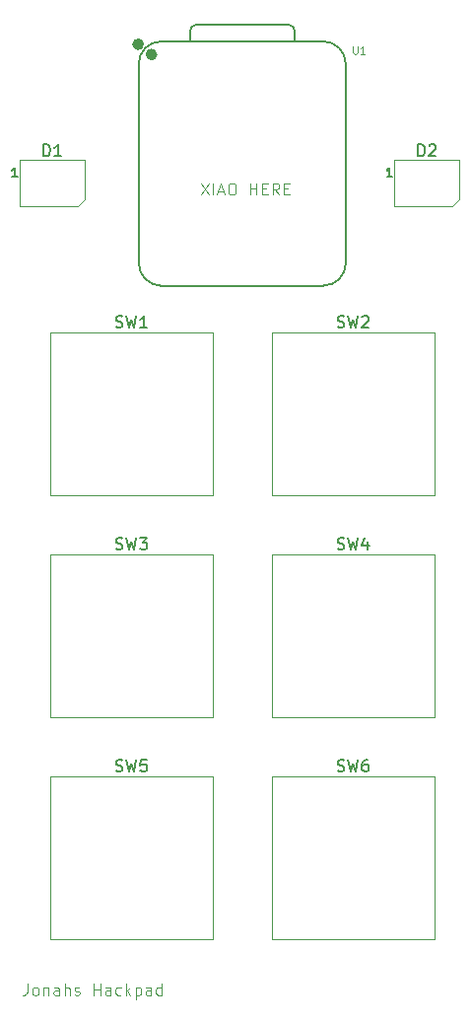
<source format=gbr>
%TF.GenerationSoftware,KiCad,Pcbnew,9.0.1*%
%TF.CreationDate,2025-12-08T16:46:31+00:00*%
%TF.ProjectId,Macropad PCB,4d616372-6f70-4616-9420-5043422e6b69,rev?*%
%TF.SameCoordinates,Original*%
%TF.FileFunction,Legend,Top*%
%TF.FilePolarity,Positive*%
%FSLAX46Y46*%
G04 Gerber Fmt 4.6, Leading zero omitted, Abs format (unit mm)*
G04 Created by KiCad (PCBNEW 9.0.1) date 2025-12-08 16:46:31*
%MOMM*%
%LPD*%
G01*
G04 APERTURE LIST*
%ADD10C,0.100000*%
%ADD11C,0.150000*%
%ADD12C,0.101600*%
%ADD13C,0.120000*%
%ADD14C,0.127000*%
%ADD15C,0.504000*%
G04 APERTURE END LIST*
D10*
X91708646Y-51622419D02*
X92375312Y-52622419D01*
X92375312Y-51622419D02*
X91708646Y-52622419D01*
X92756265Y-52622419D02*
X92756265Y-51622419D01*
X93184836Y-52336704D02*
X93661026Y-52336704D01*
X93089598Y-52622419D02*
X93422931Y-51622419D01*
X93422931Y-51622419D02*
X93756264Y-52622419D01*
X94280074Y-51622419D02*
X94470550Y-51622419D01*
X94470550Y-51622419D02*
X94565788Y-51670038D01*
X94565788Y-51670038D02*
X94661026Y-51765276D01*
X94661026Y-51765276D02*
X94708645Y-51955752D01*
X94708645Y-51955752D02*
X94708645Y-52289085D01*
X94708645Y-52289085D02*
X94661026Y-52479561D01*
X94661026Y-52479561D02*
X94565788Y-52574800D01*
X94565788Y-52574800D02*
X94470550Y-52622419D01*
X94470550Y-52622419D02*
X94280074Y-52622419D01*
X94280074Y-52622419D02*
X94184836Y-52574800D01*
X94184836Y-52574800D02*
X94089598Y-52479561D01*
X94089598Y-52479561D02*
X94041979Y-52289085D01*
X94041979Y-52289085D02*
X94041979Y-51955752D01*
X94041979Y-51955752D02*
X94089598Y-51765276D01*
X94089598Y-51765276D02*
X94184836Y-51670038D01*
X94184836Y-51670038D02*
X94280074Y-51622419D01*
X95899122Y-52622419D02*
X95899122Y-51622419D01*
X95899122Y-52098609D02*
X96470550Y-52098609D01*
X96470550Y-52622419D02*
X96470550Y-51622419D01*
X96946741Y-52098609D02*
X97280074Y-52098609D01*
X97422931Y-52622419D02*
X96946741Y-52622419D01*
X96946741Y-52622419D02*
X96946741Y-51622419D01*
X96946741Y-51622419D02*
X97422931Y-51622419D01*
X98422931Y-52622419D02*
X98089598Y-52146228D01*
X97851503Y-52622419D02*
X97851503Y-51622419D01*
X97851503Y-51622419D02*
X98232455Y-51622419D01*
X98232455Y-51622419D02*
X98327693Y-51670038D01*
X98327693Y-51670038D02*
X98375312Y-51717657D01*
X98375312Y-51717657D02*
X98422931Y-51812895D01*
X98422931Y-51812895D02*
X98422931Y-51955752D01*
X98422931Y-51955752D02*
X98375312Y-52050990D01*
X98375312Y-52050990D02*
X98327693Y-52098609D01*
X98327693Y-52098609D02*
X98232455Y-52146228D01*
X98232455Y-52146228D02*
X97851503Y-52146228D01*
X98851503Y-52098609D02*
X99184836Y-52098609D01*
X99327693Y-52622419D02*
X98851503Y-52622419D01*
X98851503Y-52622419D02*
X98851503Y-51622419D01*
X98851503Y-51622419D02*
X99327693Y-51622419D01*
X76789598Y-120316169D02*
X76789598Y-121030454D01*
X76789598Y-121030454D02*
X76741979Y-121173311D01*
X76741979Y-121173311D02*
X76646741Y-121268550D01*
X76646741Y-121268550D02*
X76503884Y-121316169D01*
X76503884Y-121316169D02*
X76408646Y-121316169D01*
X77408646Y-121316169D02*
X77313408Y-121268550D01*
X77313408Y-121268550D02*
X77265789Y-121220930D01*
X77265789Y-121220930D02*
X77218170Y-121125692D01*
X77218170Y-121125692D02*
X77218170Y-120839978D01*
X77218170Y-120839978D02*
X77265789Y-120744740D01*
X77265789Y-120744740D02*
X77313408Y-120697121D01*
X77313408Y-120697121D02*
X77408646Y-120649502D01*
X77408646Y-120649502D02*
X77551503Y-120649502D01*
X77551503Y-120649502D02*
X77646741Y-120697121D01*
X77646741Y-120697121D02*
X77694360Y-120744740D01*
X77694360Y-120744740D02*
X77741979Y-120839978D01*
X77741979Y-120839978D02*
X77741979Y-121125692D01*
X77741979Y-121125692D02*
X77694360Y-121220930D01*
X77694360Y-121220930D02*
X77646741Y-121268550D01*
X77646741Y-121268550D02*
X77551503Y-121316169D01*
X77551503Y-121316169D02*
X77408646Y-121316169D01*
X78170551Y-120649502D02*
X78170551Y-121316169D01*
X78170551Y-120744740D02*
X78218170Y-120697121D01*
X78218170Y-120697121D02*
X78313408Y-120649502D01*
X78313408Y-120649502D02*
X78456265Y-120649502D01*
X78456265Y-120649502D02*
X78551503Y-120697121D01*
X78551503Y-120697121D02*
X78599122Y-120792359D01*
X78599122Y-120792359D02*
X78599122Y-121316169D01*
X79503884Y-121316169D02*
X79503884Y-120792359D01*
X79503884Y-120792359D02*
X79456265Y-120697121D01*
X79456265Y-120697121D02*
X79361027Y-120649502D01*
X79361027Y-120649502D02*
X79170551Y-120649502D01*
X79170551Y-120649502D02*
X79075313Y-120697121D01*
X79503884Y-121268550D02*
X79408646Y-121316169D01*
X79408646Y-121316169D02*
X79170551Y-121316169D01*
X79170551Y-121316169D02*
X79075313Y-121268550D01*
X79075313Y-121268550D02*
X79027694Y-121173311D01*
X79027694Y-121173311D02*
X79027694Y-121078073D01*
X79027694Y-121078073D02*
X79075313Y-120982835D01*
X79075313Y-120982835D02*
X79170551Y-120935216D01*
X79170551Y-120935216D02*
X79408646Y-120935216D01*
X79408646Y-120935216D02*
X79503884Y-120887597D01*
X79980075Y-121316169D02*
X79980075Y-120316169D01*
X80408646Y-121316169D02*
X80408646Y-120792359D01*
X80408646Y-120792359D02*
X80361027Y-120697121D01*
X80361027Y-120697121D02*
X80265789Y-120649502D01*
X80265789Y-120649502D02*
X80122932Y-120649502D01*
X80122932Y-120649502D02*
X80027694Y-120697121D01*
X80027694Y-120697121D02*
X79980075Y-120744740D01*
X80837218Y-121268550D02*
X80932456Y-121316169D01*
X80932456Y-121316169D02*
X81122932Y-121316169D01*
X81122932Y-121316169D02*
X81218170Y-121268550D01*
X81218170Y-121268550D02*
X81265789Y-121173311D01*
X81265789Y-121173311D02*
X81265789Y-121125692D01*
X81265789Y-121125692D02*
X81218170Y-121030454D01*
X81218170Y-121030454D02*
X81122932Y-120982835D01*
X81122932Y-120982835D02*
X80980075Y-120982835D01*
X80980075Y-120982835D02*
X80884837Y-120935216D01*
X80884837Y-120935216D02*
X80837218Y-120839978D01*
X80837218Y-120839978D02*
X80837218Y-120792359D01*
X80837218Y-120792359D02*
X80884837Y-120697121D01*
X80884837Y-120697121D02*
X80980075Y-120649502D01*
X80980075Y-120649502D02*
X81122932Y-120649502D01*
X81122932Y-120649502D02*
X81218170Y-120697121D01*
X82456266Y-121316169D02*
X82456266Y-120316169D01*
X82456266Y-120792359D02*
X83027694Y-120792359D01*
X83027694Y-121316169D02*
X83027694Y-120316169D01*
X83932456Y-121316169D02*
X83932456Y-120792359D01*
X83932456Y-120792359D02*
X83884837Y-120697121D01*
X83884837Y-120697121D02*
X83789599Y-120649502D01*
X83789599Y-120649502D02*
X83599123Y-120649502D01*
X83599123Y-120649502D02*
X83503885Y-120697121D01*
X83932456Y-121268550D02*
X83837218Y-121316169D01*
X83837218Y-121316169D02*
X83599123Y-121316169D01*
X83599123Y-121316169D02*
X83503885Y-121268550D01*
X83503885Y-121268550D02*
X83456266Y-121173311D01*
X83456266Y-121173311D02*
X83456266Y-121078073D01*
X83456266Y-121078073D02*
X83503885Y-120982835D01*
X83503885Y-120982835D02*
X83599123Y-120935216D01*
X83599123Y-120935216D02*
X83837218Y-120935216D01*
X83837218Y-120935216D02*
X83932456Y-120887597D01*
X84837218Y-121268550D02*
X84741980Y-121316169D01*
X84741980Y-121316169D02*
X84551504Y-121316169D01*
X84551504Y-121316169D02*
X84456266Y-121268550D01*
X84456266Y-121268550D02*
X84408647Y-121220930D01*
X84408647Y-121220930D02*
X84361028Y-121125692D01*
X84361028Y-121125692D02*
X84361028Y-120839978D01*
X84361028Y-120839978D02*
X84408647Y-120744740D01*
X84408647Y-120744740D02*
X84456266Y-120697121D01*
X84456266Y-120697121D02*
X84551504Y-120649502D01*
X84551504Y-120649502D02*
X84741980Y-120649502D01*
X84741980Y-120649502D02*
X84837218Y-120697121D01*
X85265790Y-121316169D02*
X85265790Y-120316169D01*
X85361028Y-120935216D02*
X85646742Y-121316169D01*
X85646742Y-120649502D02*
X85265790Y-121030454D01*
X86075314Y-120649502D02*
X86075314Y-121649502D01*
X86075314Y-120697121D02*
X86170552Y-120649502D01*
X86170552Y-120649502D02*
X86361028Y-120649502D01*
X86361028Y-120649502D02*
X86456266Y-120697121D01*
X86456266Y-120697121D02*
X86503885Y-120744740D01*
X86503885Y-120744740D02*
X86551504Y-120839978D01*
X86551504Y-120839978D02*
X86551504Y-121125692D01*
X86551504Y-121125692D02*
X86503885Y-121220930D01*
X86503885Y-121220930D02*
X86456266Y-121268550D01*
X86456266Y-121268550D02*
X86361028Y-121316169D01*
X86361028Y-121316169D02*
X86170552Y-121316169D01*
X86170552Y-121316169D02*
X86075314Y-121268550D01*
X87408647Y-121316169D02*
X87408647Y-120792359D01*
X87408647Y-120792359D02*
X87361028Y-120697121D01*
X87361028Y-120697121D02*
X87265790Y-120649502D01*
X87265790Y-120649502D02*
X87075314Y-120649502D01*
X87075314Y-120649502D02*
X86980076Y-120697121D01*
X87408647Y-121268550D02*
X87313409Y-121316169D01*
X87313409Y-121316169D02*
X87075314Y-121316169D01*
X87075314Y-121316169D02*
X86980076Y-121268550D01*
X86980076Y-121268550D02*
X86932457Y-121173311D01*
X86932457Y-121173311D02*
X86932457Y-121078073D01*
X86932457Y-121078073D02*
X86980076Y-120982835D01*
X86980076Y-120982835D02*
X87075314Y-120935216D01*
X87075314Y-120935216D02*
X87313409Y-120935216D01*
X87313409Y-120935216D02*
X87408647Y-120887597D01*
X88313409Y-121316169D02*
X88313409Y-120316169D01*
X88313409Y-121268550D02*
X88218171Y-121316169D01*
X88218171Y-121316169D02*
X88027695Y-121316169D01*
X88027695Y-121316169D02*
X87932457Y-121268550D01*
X87932457Y-121268550D02*
X87884838Y-121220930D01*
X87884838Y-121220930D02*
X87837219Y-121125692D01*
X87837219Y-121125692D02*
X87837219Y-120839978D01*
X87837219Y-120839978D02*
X87884838Y-120744740D01*
X87884838Y-120744740D02*
X87932457Y-120697121D01*
X87932457Y-120697121D02*
X88027695Y-120649502D01*
X88027695Y-120649502D02*
X88218171Y-120649502D01*
X88218171Y-120649502D02*
X88313409Y-120697121D01*
D11*
X84391667Y-63970700D02*
X84534524Y-64018319D01*
X84534524Y-64018319D02*
X84772619Y-64018319D01*
X84772619Y-64018319D02*
X84867857Y-63970700D01*
X84867857Y-63970700D02*
X84915476Y-63923080D01*
X84915476Y-63923080D02*
X84963095Y-63827842D01*
X84963095Y-63827842D02*
X84963095Y-63732604D01*
X84963095Y-63732604D02*
X84915476Y-63637366D01*
X84915476Y-63637366D02*
X84867857Y-63589747D01*
X84867857Y-63589747D02*
X84772619Y-63542128D01*
X84772619Y-63542128D02*
X84582143Y-63494509D01*
X84582143Y-63494509D02*
X84486905Y-63446890D01*
X84486905Y-63446890D02*
X84439286Y-63399271D01*
X84439286Y-63399271D02*
X84391667Y-63304033D01*
X84391667Y-63304033D02*
X84391667Y-63208795D01*
X84391667Y-63208795D02*
X84439286Y-63113557D01*
X84439286Y-63113557D02*
X84486905Y-63065938D01*
X84486905Y-63065938D02*
X84582143Y-63018319D01*
X84582143Y-63018319D02*
X84820238Y-63018319D01*
X84820238Y-63018319D02*
X84963095Y-63065938D01*
X85296429Y-63018319D02*
X85534524Y-64018319D01*
X85534524Y-64018319D02*
X85725000Y-63304033D01*
X85725000Y-63304033D02*
X85915476Y-64018319D01*
X85915476Y-64018319D02*
X86153572Y-63018319D01*
X87058333Y-64018319D02*
X86486905Y-64018319D01*
X86772619Y-64018319D02*
X86772619Y-63018319D01*
X86772619Y-63018319D02*
X86677381Y-63161176D01*
X86677381Y-63161176D02*
X86582143Y-63256414D01*
X86582143Y-63256414D02*
X86486905Y-63304033D01*
X78161905Y-49304819D02*
X78161905Y-48304819D01*
X78161905Y-48304819D02*
X78400000Y-48304819D01*
X78400000Y-48304819D02*
X78542857Y-48352438D01*
X78542857Y-48352438D02*
X78638095Y-48447676D01*
X78638095Y-48447676D02*
X78685714Y-48542914D01*
X78685714Y-48542914D02*
X78733333Y-48733390D01*
X78733333Y-48733390D02*
X78733333Y-48876247D01*
X78733333Y-48876247D02*
X78685714Y-49066723D01*
X78685714Y-49066723D02*
X78638095Y-49161961D01*
X78638095Y-49161961D02*
X78542857Y-49257200D01*
X78542857Y-49257200D02*
X78400000Y-49304819D01*
X78400000Y-49304819D02*
X78161905Y-49304819D01*
X79685714Y-49304819D02*
X79114286Y-49304819D01*
X79400000Y-49304819D02*
X79400000Y-48304819D01*
X79400000Y-48304819D02*
X79304762Y-48447676D01*
X79304762Y-48447676D02*
X79209524Y-48542914D01*
X79209524Y-48542914D02*
X79114286Y-48590533D01*
X75928571Y-51087295D02*
X75471428Y-51087295D01*
X75700000Y-51087295D02*
X75700000Y-50287295D01*
X75700000Y-50287295D02*
X75623809Y-50401580D01*
X75623809Y-50401580D02*
X75547619Y-50477771D01*
X75547619Y-50477771D02*
X75471428Y-50515866D01*
D12*
X104766190Y-39903479D02*
X104766190Y-40417526D01*
X104766190Y-40417526D02*
X104796428Y-40478002D01*
X104796428Y-40478002D02*
X104826666Y-40508241D01*
X104826666Y-40508241D02*
X104887142Y-40538479D01*
X104887142Y-40538479D02*
X105008095Y-40538479D01*
X105008095Y-40538479D02*
X105068571Y-40508241D01*
X105068571Y-40508241D02*
X105098809Y-40478002D01*
X105098809Y-40478002D02*
X105129047Y-40417526D01*
X105129047Y-40417526D02*
X105129047Y-39903479D01*
X105764047Y-40538479D02*
X105401190Y-40538479D01*
X105582618Y-40538479D02*
X105582618Y-39903479D01*
X105582618Y-39903479D02*
X105522142Y-39994193D01*
X105522142Y-39994193D02*
X105461666Y-40054669D01*
X105461666Y-40054669D02*
X105401190Y-40084907D01*
D11*
X84391667Y-102070700D02*
X84534524Y-102118319D01*
X84534524Y-102118319D02*
X84772619Y-102118319D01*
X84772619Y-102118319D02*
X84867857Y-102070700D01*
X84867857Y-102070700D02*
X84915476Y-102023080D01*
X84915476Y-102023080D02*
X84963095Y-101927842D01*
X84963095Y-101927842D02*
X84963095Y-101832604D01*
X84963095Y-101832604D02*
X84915476Y-101737366D01*
X84915476Y-101737366D02*
X84867857Y-101689747D01*
X84867857Y-101689747D02*
X84772619Y-101642128D01*
X84772619Y-101642128D02*
X84582143Y-101594509D01*
X84582143Y-101594509D02*
X84486905Y-101546890D01*
X84486905Y-101546890D02*
X84439286Y-101499271D01*
X84439286Y-101499271D02*
X84391667Y-101404033D01*
X84391667Y-101404033D02*
X84391667Y-101308795D01*
X84391667Y-101308795D02*
X84439286Y-101213557D01*
X84439286Y-101213557D02*
X84486905Y-101165938D01*
X84486905Y-101165938D02*
X84582143Y-101118319D01*
X84582143Y-101118319D02*
X84820238Y-101118319D01*
X84820238Y-101118319D02*
X84963095Y-101165938D01*
X85296429Y-101118319D02*
X85534524Y-102118319D01*
X85534524Y-102118319D02*
X85725000Y-101404033D01*
X85725000Y-101404033D02*
X85915476Y-102118319D01*
X85915476Y-102118319D02*
X86153572Y-101118319D01*
X87010714Y-101118319D02*
X86534524Y-101118319D01*
X86534524Y-101118319D02*
X86486905Y-101594509D01*
X86486905Y-101594509D02*
X86534524Y-101546890D01*
X86534524Y-101546890D02*
X86629762Y-101499271D01*
X86629762Y-101499271D02*
X86867857Y-101499271D01*
X86867857Y-101499271D02*
X86963095Y-101546890D01*
X86963095Y-101546890D02*
X87010714Y-101594509D01*
X87010714Y-101594509D02*
X87058333Y-101689747D01*
X87058333Y-101689747D02*
X87058333Y-101927842D01*
X87058333Y-101927842D02*
X87010714Y-102023080D01*
X87010714Y-102023080D02*
X86963095Y-102070700D01*
X86963095Y-102070700D02*
X86867857Y-102118319D01*
X86867857Y-102118319D02*
X86629762Y-102118319D01*
X86629762Y-102118319D02*
X86534524Y-102070700D01*
X86534524Y-102070700D02*
X86486905Y-102023080D01*
X110361905Y-49304819D02*
X110361905Y-48304819D01*
X110361905Y-48304819D02*
X110600000Y-48304819D01*
X110600000Y-48304819D02*
X110742857Y-48352438D01*
X110742857Y-48352438D02*
X110838095Y-48447676D01*
X110838095Y-48447676D02*
X110885714Y-48542914D01*
X110885714Y-48542914D02*
X110933333Y-48733390D01*
X110933333Y-48733390D02*
X110933333Y-48876247D01*
X110933333Y-48876247D02*
X110885714Y-49066723D01*
X110885714Y-49066723D02*
X110838095Y-49161961D01*
X110838095Y-49161961D02*
X110742857Y-49257200D01*
X110742857Y-49257200D02*
X110600000Y-49304819D01*
X110600000Y-49304819D02*
X110361905Y-49304819D01*
X111314286Y-48400057D02*
X111361905Y-48352438D01*
X111361905Y-48352438D02*
X111457143Y-48304819D01*
X111457143Y-48304819D02*
X111695238Y-48304819D01*
X111695238Y-48304819D02*
X111790476Y-48352438D01*
X111790476Y-48352438D02*
X111838095Y-48400057D01*
X111838095Y-48400057D02*
X111885714Y-48495295D01*
X111885714Y-48495295D02*
X111885714Y-48590533D01*
X111885714Y-48590533D02*
X111838095Y-48733390D01*
X111838095Y-48733390D02*
X111266667Y-49304819D01*
X111266667Y-49304819D02*
X111885714Y-49304819D01*
X108128571Y-51087295D02*
X107671428Y-51087295D01*
X107900000Y-51087295D02*
X107900000Y-50287295D01*
X107900000Y-50287295D02*
X107823809Y-50401580D01*
X107823809Y-50401580D02*
X107747619Y-50477771D01*
X107747619Y-50477771D02*
X107671428Y-50515866D01*
X103441667Y-63970700D02*
X103584524Y-64018319D01*
X103584524Y-64018319D02*
X103822619Y-64018319D01*
X103822619Y-64018319D02*
X103917857Y-63970700D01*
X103917857Y-63970700D02*
X103965476Y-63923080D01*
X103965476Y-63923080D02*
X104013095Y-63827842D01*
X104013095Y-63827842D02*
X104013095Y-63732604D01*
X104013095Y-63732604D02*
X103965476Y-63637366D01*
X103965476Y-63637366D02*
X103917857Y-63589747D01*
X103917857Y-63589747D02*
X103822619Y-63542128D01*
X103822619Y-63542128D02*
X103632143Y-63494509D01*
X103632143Y-63494509D02*
X103536905Y-63446890D01*
X103536905Y-63446890D02*
X103489286Y-63399271D01*
X103489286Y-63399271D02*
X103441667Y-63304033D01*
X103441667Y-63304033D02*
X103441667Y-63208795D01*
X103441667Y-63208795D02*
X103489286Y-63113557D01*
X103489286Y-63113557D02*
X103536905Y-63065938D01*
X103536905Y-63065938D02*
X103632143Y-63018319D01*
X103632143Y-63018319D02*
X103870238Y-63018319D01*
X103870238Y-63018319D02*
X104013095Y-63065938D01*
X104346429Y-63018319D02*
X104584524Y-64018319D01*
X104584524Y-64018319D02*
X104775000Y-63304033D01*
X104775000Y-63304033D02*
X104965476Y-64018319D01*
X104965476Y-64018319D02*
X105203572Y-63018319D01*
X105536905Y-63113557D02*
X105584524Y-63065938D01*
X105584524Y-63065938D02*
X105679762Y-63018319D01*
X105679762Y-63018319D02*
X105917857Y-63018319D01*
X105917857Y-63018319D02*
X106013095Y-63065938D01*
X106013095Y-63065938D02*
X106060714Y-63113557D01*
X106060714Y-63113557D02*
X106108333Y-63208795D01*
X106108333Y-63208795D02*
X106108333Y-63304033D01*
X106108333Y-63304033D02*
X106060714Y-63446890D01*
X106060714Y-63446890D02*
X105489286Y-64018319D01*
X105489286Y-64018319D02*
X106108333Y-64018319D01*
X103441667Y-83020700D02*
X103584524Y-83068319D01*
X103584524Y-83068319D02*
X103822619Y-83068319D01*
X103822619Y-83068319D02*
X103917857Y-83020700D01*
X103917857Y-83020700D02*
X103965476Y-82973080D01*
X103965476Y-82973080D02*
X104013095Y-82877842D01*
X104013095Y-82877842D02*
X104013095Y-82782604D01*
X104013095Y-82782604D02*
X103965476Y-82687366D01*
X103965476Y-82687366D02*
X103917857Y-82639747D01*
X103917857Y-82639747D02*
X103822619Y-82592128D01*
X103822619Y-82592128D02*
X103632143Y-82544509D01*
X103632143Y-82544509D02*
X103536905Y-82496890D01*
X103536905Y-82496890D02*
X103489286Y-82449271D01*
X103489286Y-82449271D02*
X103441667Y-82354033D01*
X103441667Y-82354033D02*
X103441667Y-82258795D01*
X103441667Y-82258795D02*
X103489286Y-82163557D01*
X103489286Y-82163557D02*
X103536905Y-82115938D01*
X103536905Y-82115938D02*
X103632143Y-82068319D01*
X103632143Y-82068319D02*
X103870238Y-82068319D01*
X103870238Y-82068319D02*
X104013095Y-82115938D01*
X104346429Y-82068319D02*
X104584524Y-83068319D01*
X104584524Y-83068319D02*
X104775000Y-82354033D01*
X104775000Y-82354033D02*
X104965476Y-83068319D01*
X104965476Y-83068319D02*
X105203572Y-82068319D01*
X106013095Y-82401652D02*
X106013095Y-83068319D01*
X105775000Y-82020700D02*
X105536905Y-82734985D01*
X105536905Y-82734985D02*
X106155952Y-82734985D01*
X103441667Y-102070700D02*
X103584524Y-102118319D01*
X103584524Y-102118319D02*
X103822619Y-102118319D01*
X103822619Y-102118319D02*
X103917857Y-102070700D01*
X103917857Y-102070700D02*
X103965476Y-102023080D01*
X103965476Y-102023080D02*
X104013095Y-101927842D01*
X104013095Y-101927842D02*
X104013095Y-101832604D01*
X104013095Y-101832604D02*
X103965476Y-101737366D01*
X103965476Y-101737366D02*
X103917857Y-101689747D01*
X103917857Y-101689747D02*
X103822619Y-101642128D01*
X103822619Y-101642128D02*
X103632143Y-101594509D01*
X103632143Y-101594509D02*
X103536905Y-101546890D01*
X103536905Y-101546890D02*
X103489286Y-101499271D01*
X103489286Y-101499271D02*
X103441667Y-101404033D01*
X103441667Y-101404033D02*
X103441667Y-101308795D01*
X103441667Y-101308795D02*
X103489286Y-101213557D01*
X103489286Y-101213557D02*
X103536905Y-101165938D01*
X103536905Y-101165938D02*
X103632143Y-101118319D01*
X103632143Y-101118319D02*
X103870238Y-101118319D01*
X103870238Y-101118319D02*
X104013095Y-101165938D01*
X104346429Y-101118319D02*
X104584524Y-102118319D01*
X104584524Y-102118319D02*
X104775000Y-101404033D01*
X104775000Y-101404033D02*
X104965476Y-102118319D01*
X104965476Y-102118319D02*
X105203572Y-101118319D01*
X106013095Y-101118319D02*
X105822619Y-101118319D01*
X105822619Y-101118319D02*
X105727381Y-101165938D01*
X105727381Y-101165938D02*
X105679762Y-101213557D01*
X105679762Y-101213557D02*
X105584524Y-101356414D01*
X105584524Y-101356414D02*
X105536905Y-101546890D01*
X105536905Y-101546890D02*
X105536905Y-101927842D01*
X105536905Y-101927842D02*
X105584524Y-102023080D01*
X105584524Y-102023080D02*
X105632143Y-102070700D01*
X105632143Y-102070700D02*
X105727381Y-102118319D01*
X105727381Y-102118319D02*
X105917857Y-102118319D01*
X105917857Y-102118319D02*
X106013095Y-102070700D01*
X106013095Y-102070700D02*
X106060714Y-102023080D01*
X106060714Y-102023080D02*
X106108333Y-101927842D01*
X106108333Y-101927842D02*
X106108333Y-101689747D01*
X106108333Y-101689747D02*
X106060714Y-101594509D01*
X106060714Y-101594509D02*
X106013095Y-101546890D01*
X106013095Y-101546890D02*
X105917857Y-101499271D01*
X105917857Y-101499271D02*
X105727381Y-101499271D01*
X105727381Y-101499271D02*
X105632143Y-101546890D01*
X105632143Y-101546890D02*
X105584524Y-101594509D01*
X105584524Y-101594509D02*
X105536905Y-101689747D01*
X84391667Y-83020700D02*
X84534524Y-83068319D01*
X84534524Y-83068319D02*
X84772619Y-83068319D01*
X84772619Y-83068319D02*
X84867857Y-83020700D01*
X84867857Y-83020700D02*
X84915476Y-82973080D01*
X84915476Y-82973080D02*
X84963095Y-82877842D01*
X84963095Y-82877842D02*
X84963095Y-82782604D01*
X84963095Y-82782604D02*
X84915476Y-82687366D01*
X84915476Y-82687366D02*
X84867857Y-82639747D01*
X84867857Y-82639747D02*
X84772619Y-82592128D01*
X84772619Y-82592128D02*
X84582143Y-82544509D01*
X84582143Y-82544509D02*
X84486905Y-82496890D01*
X84486905Y-82496890D02*
X84439286Y-82449271D01*
X84439286Y-82449271D02*
X84391667Y-82354033D01*
X84391667Y-82354033D02*
X84391667Y-82258795D01*
X84391667Y-82258795D02*
X84439286Y-82163557D01*
X84439286Y-82163557D02*
X84486905Y-82115938D01*
X84486905Y-82115938D02*
X84582143Y-82068319D01*
X84582143Y-82068319D02*
X84820238Y-82068319D01*
X84820238Y-82068319D02*
X84963095Y-82115938D01*
X85296429Y-82068319D02*
X85534524Y-83068319D01*
X85534524Y-83068319D02*
X85725000Y-82354033D01*
X85725000Y-82354033D02*
X85915476Y-83068319D01*
X85915476Y-83068319D02*
X86153572Y-82068319D01*
X86439286Y-82068319D02*
X87058333Y-82068319D01*
X87058333Y-82068319D02*
X86725000Y-82449271D01*
X86725000Y-82449271D02*
X86867857Y-82449271D01*
X86867857Y-82449271D02*
X86963095Y-82496890D01*
X86963095Y-82496890D02*
X87010714Y-82544509D01*
X87010714Y-82544509D02*
X87058333Y-82639747D01*
X87058333Y-82639747D02*
X87058333Y-82877842D01*
X87058333Y-82877842D02*
X87010714Y-82973080D01*
X87010714Y-82973080D02*
X86963095Y-83020700D01*
X86963095Y-83020700D02*
X86867857Y-83068319D01*
X86867857Y-83068319D02*
X86582143Y-83068319D01*
X86582143Y-83068319D02*
X86486905Y-83020700D01*
X86486905Y-83020700D02*
X86439286Y-82973080D01*
D13*
%TO.C,SW1*%
X78740000Y-64452500D02*
X92710000Y-64452500D01*
X78740000Y-78422500D02*
X78740000Y-64452500D01*
X92710000Y-64452500D02*
X92710000Y-78422500D01*
X92710000Y-78422500D02*
X78740000Y-78422500D01*
%TO.C,D1*%
X76100000Y-49600000D02*
X76100000Y-53600000D01*
X76100000Y-49600000D02*
X81700000Y-49600000D01*
X76100000Y-53600000D02*
X81100000Y-53600000D01*
X81700000Y-53000000D02*
X81100000Y-53600000D01*
X81700000Y-53000000D02*
X81700000Y-49600000D01*
D14*
%TO.C,U1*%
X86360000Y-58515250D02*
X86360000Y-41370250D01*
X88265000Y-60420250D02*
X102235000Y-60420250D01*
X90755000Y-39465250D02*
X90758728Y-38554978D01*
X91258728Y-38055250D02*
X99254000Y-38055250D01*
X99754000Y-38555250D02*
X99754000Y-39465250D01*
D10*
X102235000Y-39465250D02*
X88265000Y-39465250D01*
D14*
X102235000Y-39465250D02*
X88265000Y-39465250D01*
X104140000Y-58515250D02*
X104140000Y-41370250D01*
X86360000Y-41370250D02*
G75*
G02*
X88265000Y-39465250I1905001J-1D01*
G01*
X88265000Y-60420250D02*
G75*
G02*
X86360000Y-58515250I1J1905001D01*
G01*
X90758728Y-38554978D02*
G75*
G02*
X91258728Y-38055251I500018J-291D01*
G01*
X99254000Y-38055250D02*
G75*
G02*
X99754000Y-38555250I0J-500000D01*
G01*
X102235000Y-39465250D02*
G75*
G02*
X104140000Y-41370250I0J-1905000D01*
G01*
X104140000Y-58515250D02*
G75*
G02*
X102235000Y-60420250I-1905000J0D01*
G01*
D15*
X86552000Y-39706250D02*
G75*
G02*
X86048000Y-39706250I-252000J0D01*
G01*
X86048000Y-39706250D02*
G75*
G02*
X86552000Y-39706250I252000J0D01*
G01*
X87695000Y-40586250D02*
G75*
G02*
X87191000Y-40586250I-252000J0D01*
G01*
X87191000Y-40586250D02*
G75*
G02*
X87695000Y-40586250I252000J0D01*
G01*
D13*
%TO.C,SW5*%
X78740000Y-102552500D02*
X92710000Y-102552500D01*
X78740000Y-116522500D02*
X78740000Y-102552500D01*
X92710000Y-102552500D02*
X92710000Y-116522500D01*
X92710000Y-116522500D02*
X78740000Y-116522500D01*
%TO.C,D2*%
X108300000Y-49600000D02*
X108300000Y-53600000D01*
X108300000Y-49600000D02*
X113900000Y-49600000D01*
X108300000Y-53600000D02*
X113300000Y-53600000D01*
X113900000Y-53000000D02*
X113300000Y-53600000D01*
X113900000Y-53000000D02*
X113900000Y-49600000D01*
%TO.C,SW2*%
X97790000Y-64452500D02*
X111760000Y-64452500D01*
X97790000Y-78422500D02*
X97790000Y-64452500D01*
X111760000Y-64452500D02*
X111760000Y-78422500D01*
X111760000Y-78422500D02*
X97790000Y-78422500D01*
%TO.C,SW4*%
X97790000Y-83502500D02*
X111760000Y-83502500D01*
X97790000Y-97472500D02*
X97790000Y-83502500D01*
X111760000Y-83502500D02*
X111760000Y-97472500D01*
X111760000Y-97472500D02*
X97790000Y-97472500D01*
%TO.C,SW6*%
X97790000Y-102552500D02*
X111760000Y-102552500D01*
X97790000Y-116522500D02*
X97790000Y-102552500D01*
X111760000Y-102552500D02*
X111760000Y-116522500D01*
X111760000Y-116522500D02*
X97790000Y-116522500D01*
%TO.C,SW3*%
X78740000Y-83502500D02*
X92710000Y-83502500D01*
X78740000Y-97472500D02*
X78740000Y-83502500D01*
X92710000Y-83502500D02*
X92710000Y-97472500D01*
X92710000Y-97472500D02*
X78740000Y-97472500D01*
%TD*%
M02*

</source>
